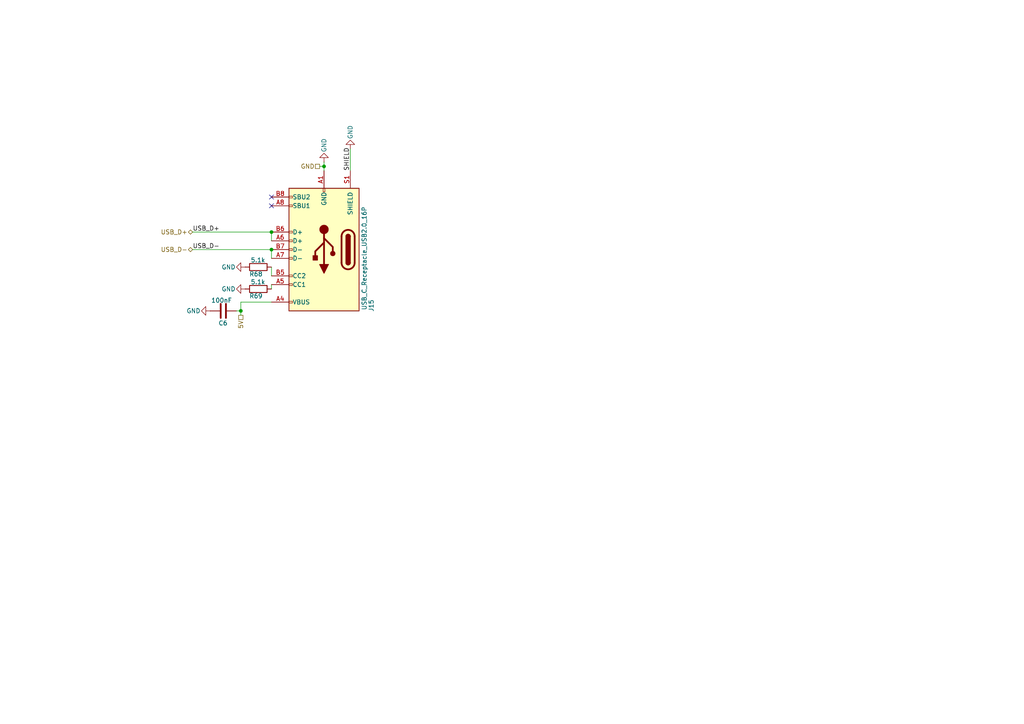
<source format=kicad_sch>
(kicad_sch (version 20250114) (generator "eeschema") (generator_version "9.0")
  (paper "A4")
  (lib_symbols
    (symbol "Connector:USB_C_Receptacle_USB2.0_16P" (pin_names (offset 1.016))
      (property "Reference" "J" (at 0 22.225 0))
      (property "Value" "USB_C_Receptacle_USB2.0_16P" (at 0 19.685 0))
      (symbol "USB_C_Receptacle_USB2.0_16P_0_0"
        (rectangle (start -0.254 -17.78) (end 0.254 -16.764))
        (rectangle (start 10.16 15.494) (end 9.144 14.986))
        (rectangle (start 10.16 10.414) (end 9.144 9.906))
        (rectangle (start 10.16 7.874) (end 9.144 7.366))
        (rectangle (start 10.16 2.794) (end 9.144 2.286))
        (rectangle (start 10.16 0.254) (end 9.144 -0.254))
        (rectangle (start 10.16 -2.286) (end 9.144 -2.794))
        (rectangle (start 10.16 -4.826) (end 9.144 -5.334))
        (rectangle (start 10.16 -12.446) (end 9.144 -12.954))
        (rectangle (start 10.16 -14.986) (end 9.144 -15.494))
      )
      (symbol "USB_C_Receptacle_USB2.0_16P_0_1"
        (rectangle (start -10.16 17.78) (end 10.16 -17.78) (stroke (width 0.254)) (fill (type background)))
        (polyline (pts (xy -8.89 -3.81) (xy -8.89 3.81)) (stroke (width 0.508)))
        (rectangle (start -7.62 -3.81) (end -6.35 3.81) (stroke (width 0.254)) (fill (type outline)))
        (arc (start -7.62 3.81) (mid -6.985 4.4423) (end -6.35 3.81) (stroke (width 0.254)))
        (arc (start -7.62 3.81) (mid -6.985 4.4423) (end -6.35 3.81) (stroke (width 0.254)) (fill (type outline)))
        (arc (start -8.89 3.81) (mid -6.985 5.7067) (end -5.08 3.81) (stroke (width 0.508)))
        (arc (start -5.08 -3.81) (mid -6.985 -5.7067) (end -8.89 -3.81) (stroke (width 0.508)))
        (arc (start -6.35 -3.81) (mid -6.985 -4.4423) (end -7.62 -3.81) (stroke (width 0.254)))
        (arc (start -6.35 -3.81) (mid -6.985 -4.4423) (end -7.62 -3.81) (stroke (width 0.254)) (fill (type outline)))
        (polyline (pts (xy -5.08 3.81) (xy -5.08 -3.81)) (stroke (width 0.508)))
        (circle (center -2.54 1.143) (radius 0.635) (stroke (width 0.254)) (fill (type outline)))
        (polyline (pts (xy -1.27 4.318) (xy 0 6.858) (xy 1.27 4.318) (xy -1.27 4.318)) (stroke (width 0.254)) (fill (type outline)))
        (polyline (pts (xy 0 -2.032) (xy 2.54 0.508) (xy 2.54 1.778)) (stroke (width 0.508)))
        (polyline (pts (xy 0 -3.302) (xy -2.54 -0.762) (xy -2.54 0.508)) (stroke (width 0.508)))
        (polyline (pts (xy 0 -5.842) (xy 0 4.318)) (stroke (width 0.508)))
        (circle (center 0 -5.842) (radius 1.27) (fill (type outline)))
        (rectangle (start 1.905 1.778) (end 3.175 3.048) (stroke (width 0.254)) (fill (type outline)))
      )
      (symbol "USB_C_Receptacle_USB2.0_16P_1_1"
        (pin passive line (at -7.62 -22.86 90) (length 5.08) (name "SHIELD") (number "S1"))
        (pin passive line (at 0 -22.86 90) (length 5.08) (name "GND") (number "A1"))
        (pin passive line (at 0 -22.86 90) (length 5.08) (hide yes) (name "GND") (number "A12"))
        (pin passive line (at 0 -22.86 90) (length 5.08) (hide yes) (name "GND") (number "B1"))
        (pin passive line (at 0 -22.86 90) (length 5.08) (hide yes) (name "GND") (number "B12"))
        (pin passive line (at 15.24 15.24 180) (length 5.08) (name "VBUS") (number "A4"))
        (pin passive line (at 15.24 15.24 180) (length 5.08) (hide yes) (name "VBUS") (number "A9"))
        (pin passive line (at 15.24 15.24 180) (length 5.08) (hide yes) (name "VBUS") (number "B4"))
        (pin passive line (at 15.24 15.24 180) (length 5.08) (hide yes) (name "VBUS") (number "B9"))
        (pin bidirectional line (at 15.24 10.16 180) (length 5.08) (name "CC1") (number "A5"))
        (pin bidirectional line (at 15.24 7.62 180) (length 5.08) (name "CC2") (number "B5"))
        (pin bidirectional line (at 15.24 2.54 180) (length 5.08) (name "D-") (number "A7"))
        (pin bidirectional line (at 15.24 0 180) (length 5.08) (name "D-") (number "B7"))
        (pin bidirectional line (at 15.24 -2.54 180) (length 5.08) (name "D+") (number "A6"))
        (pin bidirectional line (at 15.24 -5.08 180) (length 5.08) (name "D+") (number "B6"))
        (pin bidirectional line (at 15.24 -12.7 180) (length 5.08) (name "SBU1") (number "A8"))
        (pin bidirectional line (at 15.24 -15.24 180) (length 5.08) (name "SBU2") (number "B8"))
      )
    )
    (symbol "Device:C" (pin_numbers (hide yes)) (pin_names (offset 0.254))
      (property "Reference" "C" (at 0.635 2.54 0))
      (property "Value" "C" (at 0.635 -2.54 0))
      (symbol "C_0_1"
        (polyline (pts (xy -2.032 0.762) (xy 2.032 0.762)) (stroke (width 0.508)))
        (polyline (pts (xy -2.032 -0.762) (xy 2.032 -0.762)) (stroke (width 0.508)))
      )
      (symbol "C_1_1"
        (pin passive line (at 0 3.81 270) (length 2.794) (name "~") (number "1"))
        (pin passive line (at 0 -3.81 90) (length 2.794) (name "~") (number "2"))
      )
    )
    (symbol "Device:R" (pin_numbers (hide yes)) (pin_names (offset 0))
      (property "Reference" "R" (at 2.032 0 90))
      (property "Value" "R" (at 0 0 90))
      (symbol "R_0_1"
        (rectangle (start -1.016 -2.54) (end 1.016 2.54) (stroke (width 0.254)))
      )
      (symbol "R_1_1"
        (pin passive line (at 0 3.81 270) (length 1.27) (name "~") (number "1"))
        (pin passive line (at 0 -3.81 90) (length 1.27) (name "~") (number "2"))
      )
    )
    (symbol "power:GND" (power) (pin_numbers (hide yes)) (pin_names (offset 0) (hide yes))
      (property "Value" "GND" (at 0 -3.81 0))
      (symbol "GND_0_1"
        (polyline (pts (xy 0 0) (xy 0 -1.27) (xy 1.27 -1.27) (xy 0 -2.54) (xy -1.27 -1.27) (xy 0 -1.27)))
      )
      (symbol "GND_1_1"
        (pin power_in line (at 0 0 270) (length 0) (name "~") (number "1"))
      )
    )
  )
  (junction (at 93.98 48.26))
  (junction (at 69.85 90.17))
  (junction (at 78.74 67.31))
  (junction (at 78.74 72.39))
  (no_connect (at 78.74 57.15))
  (no_connect (at 78.74 59.69))
  (wire (pts (xy 55.88 72.39) (xy 78.74 72.39)))
  (wire (pts (xy 55.88 67.31) (xy 78.74 67.31)))
  (wire (pts (xy 92.71 48.26) (xy 93.98 48.26)))
  (wire (pts (xy 78.74 77.47) (xy 78.74 80.01)))
  (wire (pts (xy 93.98 46.99) (xy 93.98 48.26)))
  (wire (pts (xy 69.85 90.17) (xy 69.85 87.63)))
  (wire (pts (xy 78.74 83.82) (xy 78.74 82.55)))
  (wire (pts (xy 78.74 74.93) (xy 78.74 72.39)))
  (wire (pts (xy 101.6 49.53) (xy 101.6 43.18)))
  (wire (pts (xy 78.74 69.85) (xy 78.74 67.31)))
  (wire (pts (xy 69.85 90.17) (xy 68.58 90.17)))
  (wire (pts (xy 69.85 87.63) (xy 78.74 87.63)))
  (wire (pts (xy 69.85 90.17) (xy 69.85 91.44)))
  (wire (pts (xy 93.98 48.26) (xy 93.98 49.53)))
  (label "USB_D+" (at 55.88 67.31 0))
  (label "SHIELD" (at 101.6 49.53 90))
  (label "USB_D-" (at 55.88 72.39 0))
  (hierarchical_label "5V" (shape passive) (at 69.85 91.44 270))
  (hierarchical_label "GND" (shape passive) (at 92.71 48.26 180))
  (hierarchical_label "USB_D+" (shape bidirectional) (at 55.88 67.31 180))
  (hierarchical_label "USB_D-" (shape bidirectional) (at 55.88 72.39 180))
  (symbol (lib_id "Device:R") (at 74.93 83.82 90) (unit 1)
    (property "Reference" "R69" (at 76.2 85.852 90) (effects (justify left)))
    (property "Value" "5.1k" (at 76.962 81.788 90) (effects (justify left)))
    (property "Footprint" "Resistor_SMD:R_0603_1608Metric" (effects (hide yes)))
    (property "Description" "Resistor" (effects (hide yes)))
  )
  (symbol (lib_id "power:GND") (at 93.98 46.99 180) (unit 1)
    (property "Reference" "#PWR0225" (effects (hide yes)))
    (property "Value" "GND" (at 93.98 44.196 90) (effects (justify right)))
    (property "Description" "Power symbol creates a global label with name \"GND\" , ground" (effects (hide yes)))
  )
  (symbol (lib_id "power:GND") (at 101.6 43.18 180) (unit 1)
    (property "Reference" "#PWR0226" (effects (hide yes)))
    (property "Value" "GND" (at 101.6 40.386 90) (effects (justify right)))
    (property "Description" "Power symbol creates a global label with name \"GND\" , ground" (effects (hide yes)))
  )
  (symbol (lib_id "power:GND") (at 71.12 77.47 270) (unit 1)
    (property "Reference" "#PWR0223" (effects (hide yes)))
    (property "Value" "GND" (at 68.326 77.47 90) (effects (justify right)))
    (property "Description" "Power symbol creates a global label with name \"GND\" , ground" (effects (hide yes)))
  )
  (symbol (lib_id "Device:C") (at 64.77 90.17 90) (unit 1)
    (property "Reference" "C6" (at 66.04 93.726 90) (effects (justify left)))
    (property "Value" "100nF" (at 67.31 87.122 90) (effects (justify left)))
    (property "Footprint" "Capacitor_SMD:C_0603_1608Metric" (effects (hide yes)))
    (property "Description" "Unpolarized capacitor" (effects (hide yes)))
  )
  (symbol (lib_id "Device:R") (at 74.93 77.47 90) (unit 1)
    (property "Reference" "R68" (at 76.2 79.502 90) (effects (justify left)))
    (property "Value" "5.1k" (at 76.962 75.438 90) (effects (justify left)))
    (property "Footprint" "Resistor_SMD:R_0603_1608Metric" (effects (hide yes)))
    (property "Description" "Resistor" (effects (hide yes)))
  )
  (symbol (lib_id "Connector:USB_C_Receptacle_USB2.0_16P") (at 93.98 72.39 180) (unit 1)
    (property "Reference" "J15" (at 107.696 88.646 90))
    (property "Value" "USB_C_Receptacle_USB2.0_16P" (at 105.664 74.93 90))
    (property "Footprint" "Connector_USB:USB_C_Receptacle_GCT_USB4105-xx-A_16P_TopMnt_Horizontal" (effects (hide yes)))
    (property "Datasheet" "https://www.usb.org/sites/default/files/documents/usb_type-c.zip" (effects (hide yes)))
    (property "Description" "USB 2.0-only 16P Type-C Receptacle connector" (effects (hide yes)))
  )
  (symbol (lib_id "power:GND") (at 71.12 83.82 270) (unit 1)
    (property "Reference" "#PWR0224" (effects (hide yes)))
    (property "Value" "GND" (at 68.326 83.82 90) (effects (justify right)))
    (property "Description" "Power symbol creates a global label with name \"GND\" , ground" (effects (hide yes)))
  )
  (symbol (lib_id "power:GND") (at 60.96 90.17 270) (unit 1)
    (property "Reference" "#PWR0222" (effects (hide yes)))
    (property "Value" "GND" (at 58.166 90.17 90) (effects (justify right)))
    (property "Description" "Power symbol creates a global label with name \"GND\" , ground" (effects (hide yes)))
  )
)
</source>
